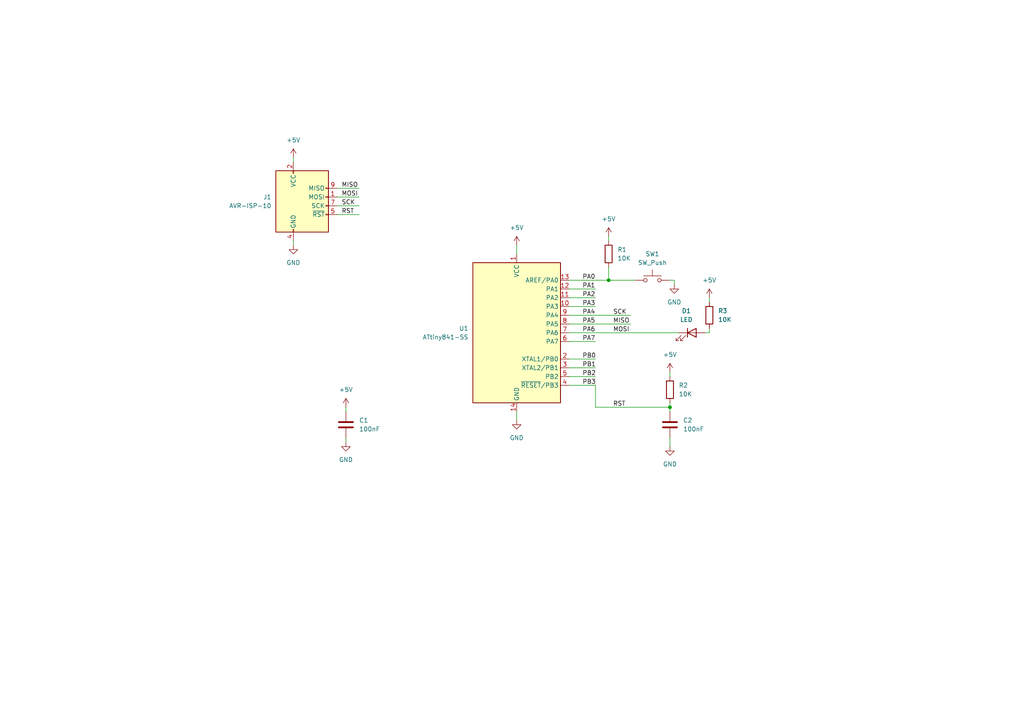
<source format=kicad_sch>
(kicad_sch (version 20211123) (generator eeschema)
  (paper "A4")
  (lib_symbols
    (symbol "Connector:AVR-ISP-10" (pin_names (offset 1.016))
      (property "Reference" "J" (at -6.35 11.43 0))
      (property "Value" "AVR-ISP-10" (at 0 11.43 0))
      (symbol "AVR-ISP-10_0_1"
        (rectangle (start -2.667 -6.858) (end -2.413 -7.62))
        (rectangle (start -2.667 10.16) (end -2.413 9.398))
        (rectangle (start 7.62 -2.413) (end 6.858 -2.667))
        (rectangle (start 7.62 0.127) (end 6.858 -0.127))
        (rectangle (start 7.62 2.667) (end 6.858 2.413))
        (rectangle (start 7.62 5.207) (end 6.858 4.953))
        (rectangle (start 7.62 10.16) (end -7.62 -7.62) (stroke (width 0.254)) (fill (type background)))
      )
      (symbol "AVR-ISP-10_1_1"
        (pin passive line (at 10.16 2.54 180) (length 2.54) (name "MOSI") (number "1"))
        (pin passive line (at -2.54 -10.16 90) (length 2.54) hide (name "GND") (number "10"))
        (pin passive line (at -2.54 12.7 270) (length 2.54) (name "VCC") (number "2"))
        (pin no_connect line (at 7.62 -5.08 180) (length 2.54) hide (name "NC") (number "3"))
        (pin passive line (at -2.54 -10.16 90) (length 2.54) (name "GND") (number "4"))
        (pin passive line (at 10.16 -2.54 180) (length 2.54) (name "~{RST}") (number "5"))
        (pin passive line (at -2.54 -10.16 90) (length 2.54) hide (name "GND") (number "6"))
        (pin passive line (at 10.16 0 180) (length 2.54) (name "SCK") (number "7"))
        (pin passive line (at -2.54 -10.16 90) (length 2.54) hide (name "GND") (number "8"))
        (pin passive line (at 10.16 5.08 180) (length 2.54) (name "MISO") (number "9"))
      )
    )
    (symbol "Device:C" (pin_numbers hide) (pin_names (offset 0.254))
      (property "Reference" "C" (at 0.635 2.54 0))
      (property "Value" "C" (at 0.635 -2.54 0))
      (symbol "C_0_1"
        (polyline (pts (xy -2.032 -0.762) (xy 2.032 -0.762)) (stroke (width 0.508)))
        (polyline (pts (xy -2.032 0.762) (xy 2.032 0.762)) (stroke (width 0.508)))
      )
      (symbol "C_1_1"
        (pin passive line (at 0 3.81 270) (length 2.794) (name "~") (number "1"))
        (pin passive line (at 0 -3.81 90) (length 2.794) (name "~") (number "2"))
      )
    )
    (symbol "Device:LED" (pin_numbers hide) (pin_names (offset 1.016) hide)
      (property "Reference" "D" (at 0 2.54 0))
      (property "Value" "LED" (at 0 -2.54 0))
      (symbol "LED_0_1"
        (polyline (pts (xy -1.27 -1.27) (xy -1.27 1.27)) (stroke (width 0.254)))
        (polyline (pts (xy -1.27 0) (xy 1.27 0)))
        (polyline (pts (xy 1.27 -1.27) (xy 1.27 1.27) (xy -1.27 0) (xy 1.27 -1.27)) (stroke (width 0.254)))
        (polyline (pts (xy -3.048 -0.762) (xy -4.572 -2.286) (xy -3.81 -2.286) (xy -4.572 -2.286) (xy -4.572 -1.524)))
        (polyline (pts (xy -1.778 -0.762) (xy -3.302 -2.286) (xy -2.54 -2.286) (xy -3.302 -2.286) (xy -3.302 -1.524)))
      )
      (symbol "LED_1_1"
        (pin passive line (at -3.81 0 0) (length 2.54) (name "K") (number "1"))
        (pin passive line (at 3.81 0 180) (length 2.54) (name "A") (number "2"))
      )
    )
    (symbol "Device:R" (pin_numbers hide) (pin_names (offset 0))
      (property "Reference" "R" (at 2.032 0 90))
      (property "Value" "R" (at 0 0 90))
      (symbol "R_0_1"
        (rectangle (start -1.016 -2.54) (end 1.016 2.54) (stroke (width 0.254)))
      )
      (symbol "R_1_1"
        (pin passive line (at 0 3.81 270) (length 1.27) (name "~") (number "1"))
        (pin passive line (at 0 -3.81 90) (length 1.27) (name "~") (number "2"))
      )
    )
    (symbol "MCU_Microchip_ATtiny:ATtiny841-SS"
      (property "Reference" "U" (at -12.7 21.59 0))
      (property "Value" "ATtiny841-SS" (at 2.54 -21.59 0))
      (symbol "ATtiny841-SS_0_1"
        (rectangle (start -12.7 -20.32) (end 12.7 20.32) (stroke (width 0.254)) (fill (type background)))
      )
      (symbol "ATtiny841-SS_1_1"
        (pin power_in line (at 0 22.86 270) (length 2.54) (name "VCC") (number "1"))
        (pin bidirectional line (at 15.24 7.62 180) (length 2.54) (name "PA3") (number "10"))
        (pin bidirectional line (at 15.24 10.16 180) (length 2.54) (name "PA2") (number "11"))
        (pin bidirectional line (at 15.24 12.7 180) (length 2.54) (name "PA1") (number "12"))
        (pin bidirectional line (at 15.24 15.24 180) (length 2.54) (name "AREF/PA0") (number "13"))
        (pin power_in line (at 0 -22.86 90) (length 2.54) (name "GND") (number "14"))
        (pin bidirectional line (at 15.24 -7.62 180) (length 2.54) (name "XTAL1/PB0") (number "2"))
        (pin bidirectional line (at 15.24 -10.16 180) (length 2.54) (name "XTAL2/PB1") (number "3"))
        (pin bidirectional line (at 15.24 -15.24 180) (length 2.54) (name "~{RESET}/PB3") (number "4"))
        (pin bidirectional line (at 15.24 -12.7 180) (length 2.54) (name "PB2") (number "5"))
        (pin bidirectional line (at 15.24 -2.54 180) (length 2.54) (name "PA7") (number "6"))
        (pin bidirectional line (at 15.24 0 180) (length 2.54) (name "PA6") (number "7"))
        (pin bidirectional line (at 15.24 2.54 180) (length 2.54) (name "PA5") (number "8"))
        (pin bidirectional line (at 15.24 5.08 180) (length 2.54) (name "PA4") (number "9"))
      )
    )
    (symbol "Switch:SW_Push" (pin_numbers hide) (pin_names (offset 1.016) hide)
      (property "Reference" "SW" (at 1.27 2.54 0))
      (property "Value" "SW_Push" (at 0 -1.524 0))
      (symbol "SW_Push_0_1"
        (circle (center -2.032 0) (radius 0.508))
        (polyline (pts (xy 0 1.27) (xy 0 3.048)))
        (polyline (pts (xy 2.54 1.27) (xy -2.54 1.27)))
        (circle (center 2.032 0) (radius 0.508))
        (pin passive line (at -5.08 0 0) (length 2.54) (name "1") (number "1"))
        (pin passive line (at 5.08 0 180) (length 2.54) (name "2") (number "2"))
      )
    )
    (symbol "power:+5V" (power) (pin_names (offset 0))
      (property "Value" "+5V" (at 0 3.556 0))
      (symbol "+5V_0_1"
        (polyline (pts (xy -0.762 1.27) (xy 0 2.54)))
        (polyline (pts (xy 0 0) (xy 0 2.54)))
        (polyline (pts (xy 0 2.54) (xy 0.762 1.27)))
      )
      (symbol "+5V_1_1"
        (pin power_in line (at 0 0 90) (length 0) hide (name "+5V") (number "1"))
      )
    )
    (symbol "power:GND" (power) (pin_names (offset 0))
      (property "Value" "GND" (at 0 -3.81 0))
      (symbol "GND_0_1"
        (polyline (pts (xy 0 0) (xy 0 -1.27) (xy 1.27 -1.27) (xy 0 -2.54) (xy -1.27 -1.27) (xy 0 -1.27)))
      )
      (symbol "GND_1_1"
        (pin power_in line (at 0 0 270) (length 0) hide (name "GND") (number "1"))
      )
    )
  )
  (junction (at 194.31 118.11))
  (junction (at 176.53 81.28))
  (wire (pts (xy 165.1 88.9) (xy 172.72 88.9)))
  (wire (pts (xy 194.31 129.54) (xy 194.31 127)))
  (wire (pts (xy 85.09 45.72) (xy 85.09 46.99)))
  (wire (pts (xy 165.1 104.14) (xy 172.72 104.14)))
  (wire (pts (xy 165.1 96.52) (xy 196.85 96.52)))
  (wire (pts (xy 165.1 111.76) (xy 172.72 111.76)))
  (wire (pts (xy 172.72 111.76) (xy 172.72 118.11)))
  (wire (pts (xy 97.79 57.15) (xy 104.14 57.15)))
  (wire (pts (xy 149.86 119.38) (xy 149.86 121.92)))
  (wire (pts (xy 205.74 96.52) (xy 204.47 96.52)))
  (wire (pts (xy 172.72 118.11) (xy 194.31 118.11)))
  (wire (pts (xy 194.31 107.95) (xy 194.31 109.22)))
  (wire (pts (xy 194.31 118.11) (xy 194.31 119.38)))
  (wire (pts (xy 176.53 81.28) (xy 184.15 81.28)))
  (wire (pts (xy 165.1 106.68) (xy 172.72 106.68)))
  (wire (pts (xy 165.1 86.36) (xy 172.72 86.36)))
  (wire (pts (xy 195.58 81.28) (xy 194.31 81.28)))
  (wire (pts (xy 165.1 91.44) (xy 182.88 91.44)))
  (wire (pts (xy 165.1 109.22) (xy 172.72 109.22)))
  (wire (pts (xy 176.53 68.58) (xy 176.53 69.85)))
  (wire (pts (xy 165.1 83.82) (xy 172.72 83.82)))
  (wire (pts (xy 85.09 69.85) (xy 85.09 71.12)))
  (wire (pts (xy 165.1 81.28) (xy 176.53 81.28)))
  (wire (pts (xy 205.74 86.36) (xy 205.74 87.63)))
  (wire (pts (xy 100.33 127) (xy 100.33 128.27)))
  (wire (pts (xy 97.79 62.23) (xy 104.14 62.23)))
  (wire (pts (xy 97.79 54.61) (xy 104.14 54.61)))
  (wire (pts (xy 165.1 93.98) (xy 182.88 93.98)))
  (wire (pts (xy 195.58 82.55) (xy 195.58 81.28)))
  (wire (pts (xy 194.31 116.84) (xy 194.31 118.11)))
  (wire (pts (xy 149.86 71.12) (xy 149.86 73.66)))
  (wire (pts (xy 97.79 59.69) (xy 104.14 59.69)))
  (wire (pts (xy 176.53 81.28) (xy 176.53 77.47)))
  (wire (pts (xy 165.1 99.06) (xy 172.72 99.06)))
  (wire (pts (xy 205.74 95.25) (xy 205.74 96.52)))
  (wire (pts (xy 100.33 118.11) (xy 100.33 119.38)))
  (label "PA3" (at 168.91 88.9 0))
  (label "SCK" (at 99.06 59.69 0))
  (label "MOSI" (at 99.06 57.15 0))
  (label "PB0" (at 168.91 104.14 0))
  (label "PA1" (at 168.91 83.82 0))
  (label "MISO" (at 177.8 93.98 0))
  (label "PB3" (at 168.91 111.76 0))
  (label "PA0" (at 168.91 81.28 0))
  (label "PA6" (at 168.91 96.52 0))
  (label "PB2" (at 168.91 109.22 0))
  (label "PB1" (at 168.91 106.68 0))
  (label "RST" (at 99.06 62.23 0))
  (label "PA5" (at 168.91 93.98 0))
  (label "SCK" (at 177.8 91.44 0))
  (label "PA2" (at 168.91 86.36 0))
  (label "PA7" (at 168.91 99.06 0))
  (label "MOSI" (at 177.8 96.52 0))
  (label "MISO" (at 99.06 54.61 0))
  (label "PA4" (at 168.91 91.44 0))
  (label "RST" (at 177.8 118.11 0))
  (symbol (lib_id "power:+5V") (at 205.74 86.36 0) (unit 1)
    (property "Reference" "#PWR011" (effects hide))
    (property "Value" "+5V" (at 205.74 81.28 0))
  )
  (symbol (lib_id "power:+5V") (at 149.86 71.12 0) (unit 1)
    (property "Reference" "#PWR05" (effects hide))
    (property "Value" "+5V" (at 149.86 66.04 0))
  )
  (symbol (lib_id "Device:LED") (at 200.66 96.52 0) (unit 1)
    (property "Reference" "D1" (at 199.0725 90.17 0))
    (property "Value" "LED" (at 199.0725 92.71 0))
    (property "Footprint" "LED_SMD:LED_PLCC-2" (effects hide))
  )
  (symbol (lib_id "Device:R") (at 176.53 73.66 180) (unit 1)
    (property "Reference" "R1" (at 179.07 72.3899 0) (effects (justify right)))
    (property "Value" "10K" (at 179.07 74.9299 0) (effects (justify right)))
    (property "Footprint" "Resistor_SMD:R_0805_2012Metric_Pad1.20x1.40mm_HandSolder" (effects hide))
  )
  (symbol (lib_id "Device:C") (at 194.31 123.19 0) (unit 1)
    (property "Reference" "C2" (at 198.12 121.9199 0) (effects (justify left)))
    (property "Value" "100nF" (at 198.12 124.4599 0) (effects (justify left)))
    (property "Footprint" "Capacitor_SMD:C_0805_2012Metric_Pad1.18x1.45mm_HandSolder" (effects hide))
  )
  (symbol (lib_id "power:GND") (at 85.09 71.12 0) (unit 1)
    (property "Reference" "#PWR02" (effects hide))
    (property "Value" "GND" (at 85.09 76.2 0))
  )
  (symbol (lib_id "power:GND") (at 194.31 129.54 0) (unit 1)
    (property "Reference" "#PWR09" (effects hide))
    (property "Value" "GND" (at 194.31 134.62 0))
  )
  (symbol (lib_id "Connector:AVR-ISP-10") (at 87.63 59.69 0) (unit 1)
    (property "Reference" "J1" (at 78.74 57.1499 0) (effects (justify right)))
    (property "Value" "AVR-ISP-10" (at 78.74 59.6899 0) (effects (justify right)))
    (property "Footprint" "Connector_IDC:IDC-Header_2x05_P2.54mm_Vertical" (effects hide))
    (property "Datasheet" " ~" (effects hide))
  )
  (symbol (lib_id "power:GND") (at 100.33 128.27 0) (unit 1)
    (property "Reference" "#PWR04" (effects hide))
    (property "Value" "GND" (at 100.33 133.35 0))
  )
  (symbol (lib_id "power:+5V") (at 100.33 118.11 0) (unit 1)
    (property "Reference" "#PWR03" (effects hide))
    (property "Value" "+5V" (at 100.33 113.03 0))
  )
  (symbol (lib_id "power:GND") (at 195.58 82.55 0) (unit 1)
    (property "Reference" "#PWR010" (effects hide))
    (property "Value" "GND" (at 195.58 87.63 0))
  )
  (symbol (lib_id "power:+5V") (at 176.53 68.58 0) (unit 1)
    (property "Reference" "#PWR07" (effects hide))
    (property "Value" "+5V" (at 176.53 63.5 0))
  )
  (symbol (lib_id "Switch:SW_Push") (at 189.23 81.28 0) (unit 1)
    (property "Reference" "SW1" (at 189.23 73.66 0))
    (property "Value" "SW_Push" (at 189.23 76.2 0))
    (property "Footprint" "Button_Switch_THT:SW_PUSH_6mm_H8mm" (effects hide))
  )
  (symbol (lib_id "Device:C") (at 100.33 123.19 0) (unit 1)
    (property "Reference" "C1" (at 104.14 121.9199 0) (effects (justify left)))
    (property "Value" "100nF" (at 104.14 124.4599 0) (effects (justify left)))
    (property "Footprint" "Capacitor_SMD:C_0805_2012Metric_Pad1.18x1.45mm_HandSolder" (effects hide))
  )
  (symbol (lib_id "Device:R") (at 205.74 91.44 180) (unit 1)
    (property "Reference" "R3" (at 208.28 90.1699 0) (effects (justify right)))
    (property "Value" "10K" (at 208.28 92.7099 0) (effects (justify right)))
    (property "Footprint" "Resistor_SMD:R_0805_2012Metric_Pad1.20x1.40mm_HandSolder" (effects hide))
  )
  (symbol (lib_id "power:+5V") (at 194.31 107.95 0) (unit 1)
    (property "Reference" "#PWR08" (effects hide))
    (property "Value" "+5V" (at 194.31 102.87 0))
  )
  (symbol (lib_id "MCU_Microchip_ATtiny:ATtiny841-SS") (at 149.86 96.52 0) (unit 1)
    (property "Reference" "U1" (at 135.89 95.2499 0) (effects (justify right)))
    (property "Value" "ATtiny841-SS" (at 135.89 97.7899 0) (effects (justify right)))
    (property "Footprint" "Package_SO:SOIC-14_3.9x8.7mm_P1.27mm" (effects hide))
    (property "Datasheet" "http://ww1.microchip.com/downloads/en/DeviceDoc/Atmel-8495-8-bit-AVR-Microcontrollers-ATtiny441-ATtiny841_Datasheet.pdf" (effects hide))
  )
  (symbol (lib_id "power:GND") (at 149.86 121.92 0) (unit 1)
    (property "Reference" "#PWR06" (effects hide))
    (property "Value" "GND" (at 149.86 127 0))
  )
  (symbol (lib_id "power:+5V") (at 85.09 45.72 0) (unit 1)
    (property "Reference" "#PWR01" (effects hide))
    (property "Value" "+5V" (at 85.09 40.64 0))
  )
  (symbol (lib_id "Device:R") (at 194.31 113.03 0) (unit 1)
    (property "Reference" "R2" (at 196.85 111.7599 0) (effects (justify left)))
    (property "Value" "10K" (at 196.85 114.2999 0) (effects (justify left)))
    (property "Footprint" "Resistor_SMD:R_0805_2012Metric_Pad1.20x1.40mm_HandSolder" (effects hide))
  )
)
</source>
